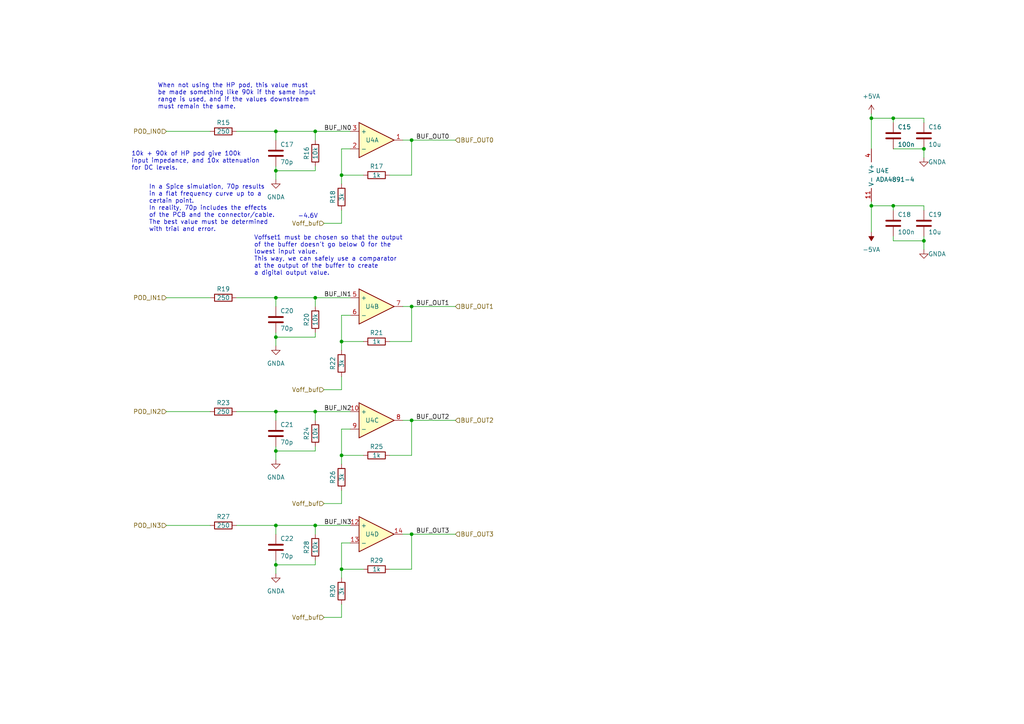
<source format=kicad_sch>
(kicad_sch (version 20211123) (generator eeschema)
  (paper "A4")
  (lib_symbols
    (symbol "Device:C" (pin_numbers hide) (pin_names (offset 0.254))
      (property "Reference" "C" (at 0.635 2.54 0))
      (property "Value" "C" (at 0.635 -2.54 0))
      (symbol "C_0_1"
        (polyline (pts (xy -2.032 -0.762) (xy 2.032 -0.762)) (stroke (width 0.508)))
        (polyline (pts (xy -2.032 0.762) (xy 2.032 0.762)) (stroke (width 0.508)))
      )
      (symbol "C_1_1"
        (pin passive line (at 0 3.81 270) (length 2.794) (name "~") (number "1"))
        (pin passive line (at 0 -3.81 90) (length 2.794) (name "~") (number "2"))
      )
    )
    (symbol "Device:R" (pin_numbers hide) (pin_names (offset 0))
      (property "Reference" "R" (at 2.032 0 90))
      (property "Value" "R" (at 0 0 90))
      (symbol "R_0_1"
        (rectangle (start -1.016 -2.54) (end 1.016 2.54) (stroke (width 0.254)))
      )
      (symbol "R_1_1"
        (pin passive line (at 0 3.81 270) (length 1.27) (name "~") (number "1"))
        (pin passive line (at 0 -3.81 90) (length 1.27) (name "~") (number "2"))
      )
    )
    (symbol "logic_analyzer:ADA4891-4"
      (property "Reference" "U" (at 0 5.08 0))
      (property "Value" "ADA4891-4" (at 0 -5.08 0))
      (symbol "ADA4891-4_1_1"
        (polyline (pts (xy -5.08 5.08) (xy 5.08 0) (xy -5.08 -5.08) (xy -5.08 5.08)) (stroke (width 0.254)) (fill (type background)))
        (pin output line (at 7.62 0 180) (length 2.54) (name "~") (number "1"))
        (pin input line (at -7.62 -2.54 0) (length 2.54) (name "-") (number "2"))
        (pin input line (at -7.62 2.54 0) (length 2.54) (name "+") (number "3"))
      )
      (symbol "ADA4891-4_2_1"
        (polyline (pts (xy -5.08 5.08) (xy 5.08 0) (xy -5.08 -5.08) (xy -5.08 5.08)) (stroke (width 0.254)) (fill (type background)))
        (pin input line (at -7.62 2.54 0) (length 2.54) (name "+") (number "5"))
        (pin input line (at -7.62 -2.54 0) (length 2.54) (name "-") (number "6"))
        (pin output line (at 7.62 0 180) (length 2.54) (name "~") (number "7"))
      )
      (symbol "ADA4891-4_3_1"
        (polyline (pts (xy -5.08 5.08) (xy 5.08 0) (xy -5.08 -5.08) (xy -5.08 5.08)) (stroke (width 0.254)) (fill (type background)))
        (pin input line (at -7.62 2.54 0) (length 2.54) (name "+") (number "10"))
        (pin output line (at 7.62 0 180) (length 2.54) (name "~") (number "8"))
        (pin input line (at -7.62 -2.54 0) (length 2.54) (name "-") (number "9"))
      )
      (symbol "ADA4891-4_4_1"
        (polyline (pts (xy -5.08 5.08) (xy 5.08 0) (xy -5.08 -5.08) (xy -5.08 5.08)) (stroke (width 0.254)) (fill (type background)))
        (pin input line (at -7.62 2.54 0) (length 2.54) (name "+") (number "12"))
        (pin input line (at -7.62 -2.54 0) (length 2.54) (name "-") (number "13"))
        (pin output line (at 7.62 0 180) (length 2.54) (name "~") (number "14"))
      )
      (symbol "ADA4891-4_5_1"
        (pin power_in line (at -2.54 -7.62 90) (length 3.81) (name "V-") (number "11"))
        (pin power_in line (at -2.54 7.62 270) (length 3.81) (name "V+") (number "4"))
      )
    )
    (symbol "power:+5VA" (power) (pin_names (offset 0))
      (property "Value" "+5VA" (at 0 3.556 0))
      (symbol "+5VA_0_1"
        (polyline (pts (xy -0.762 1.27) (xy 0 2.54)))
        (polyline (pts (xy 0 0) (xy 0 2.54)))
        (polyline (pts (xy 0 2.54) (xy 0.762 1.27)))
      )
      (symbol "+5VA_1_1"
        (pin power_in line (at 0 0 90) (length 0) hide (name "+5VA") (number "1"))
      )
    )
    (symbol "power:-5VA" (power) (pin_names (offset 0))
      (property "Value" "-5VA" (at 0 3.81 0))
      (symbol "-5VA_0_0"
        (pin power_in line (at 0 0 90) (length 0) hide (name "-5VA") (number "1"))
      )
      (symbol "-5VA_0_1"
        (polyline (pts (xy 0 0) (xy 0 1.27) (xy 0.762 1.27) (xy 0 2.54) (xy -0.762 1.27) (xy 0 1.27)) (fill (type outline)))
      )
    )
    (symbol "power:GNDA" (power) (pin_names (offset 0))
      (property "Value" "GNDA" (at 0 -3.81 0))
      (symbol "GNDA_0_1"
        (polyline (pts (xy 0 0) (xy 0 -1.27) (xy 1.27 -1.27) (xy 0 -2.54) (xy -1.27 -1.27) (xy 0 -1.27)))
      )
      (symbol "GNDA_1_1"
        (pin power_in line (at 0 0 270) (length 0) hide (name "GNDA") (number "1"))
      )
    )
  )
  (junction (at 252.73 59.69))
  (junction (at 267.97 43.18))
  (junction (at 80.01 152.4))
  (junction (at 99.06 50.8))
  (junction (at 259.08 59.69))
  (junction (at 99.06 99.06))
  (junction (at 119.38 154.94))
  (junction (at 267.97 69.85))
  (junction (at 99.06 165.1))
  (junction (at 80.01 130.81))
  (junction (at 119.38 40.64))
  (junction (at 99.06 132.08))
  (junction (at 80.01 119.38))
  (junction (at 80.01 97.79))
  (junction (at 119.38 88.9))
  (junction (at 91.44 38.1))
  (junction (at 80.01 163.83))
  (junction (at 259.08 34.29))
  (junction (at 80.01 86.36))
  (junction (at 80.01 49.53))
  (junction (at 91.44 152.4))
  (junction (at 80.01 38.1))
  (junction (at 252.73 34.29))
  (junction (at 119.38 121.92))
  (junction (at 91.44 86.36))
  (junction (at 91.44 119.38))
  (wire (pts (xy 119.38 165.1) (xy 119.38 154.94)))
  (wire (pts (xy 99.06 64.77) (xy 99.06 60.96)))
  (wire (pts (xy 91.44 97.79) (xy 80.01 97.79)))
  (wire (pts (xy 91.44 152.4) (xy 101.6 152.4)))
  (wire (pts (xy 80.01 129.54) (xy 80.01 130.81)))
  (wire (pts (xy 80.01 48.26) (xy 80.01 49.53)))
  (wire (pts (xy 99.06 132.08) (xy 99.06 134.62)))
  (wire (pts (xy 91.44 163.83) (xy 80.01 163.83)))
  (wire (pts (xy 48.26 152.4) (xy 60.96 152.4)))
  (wire (pts (xy 259.08 34.29) (xy 259.08 35.56)))
  (wire (pts (xy 80.01 119.38) (xy 80.01 121.92)))
  (wire (pts (xy 99.06 179.07) (xy 99.06 175.26)))
  (wire (pts (xy 252.73 34.29) (xy 252.73 43.18)))
  (wire (pts (xy 101.6 157.48) (xy 99.06 157.48)))
  (wire (pts (xy 80.01 130.81) (xy 80.01 133.35)))
  (wire (pts (xy 80.01 38.1) (xy 80.01 40.64)))
  (wire (pts (xy 99.06 99.06) (xy 99.06 101.6)))
  (wire (pts (xy 116.84 88.9) (xy 119.38 88.9)))
  (wire (pts (xy 252.73 59.69) (xy 259.08 59.69)))
  (wire (pts (xy 93.98 146.05) (xy 99.06 146.05)))
  (wire (pts (xy 80.01 163.83) (xy 80.01 166.37)))
  (wire (pts (xy 91.44 129.54) (xy 91.44 130.81)))
  (wire (pts (xy 119.38 121.92) (xy 132.08 121.92)))
  (wire (pts (xy 48.26 38.1) (xy 60.96 38.1)))
  (wire (pts (xy 91.44 162.56) (xy 91.44 163.83)))
  (wire (pts (xy 99.06 91.44) (xy 99.06 99.06)))
  (wire (pts (xy 80.01 38.1) (xy 91.44 38.1)))
  (wire (pts (xy 99.06 157.48) (xy 99.06 165.1)))
  (wire (pts (xy 80.01 96.52) (xy 80.01 97.79)))
  (wire (pts (xy 267.97 34.29) (xy 259.08 34.29)))
  (wire (pts (xy 119.38 99.06) (xy 119.38 88.9)))
  (wire (pts (xy 91.44 48.26) (xy 91.44 49.53)))
  (wire (pts (xy 80.01 49.53) (xy 80.01 52.07)))
  (wire (pts (xy 99.06 165.1) (xy 105.41 165.1)))
  (wire (pts (xy 80.01 152.4) (xy 91.44 152.4)))
  (wire (pts (xy 91.44 86.36) (xy 91.44 88.9)))
  (wire (pts (xy 80.01 162.56) (xy 80.01 163.83)))
  (wire (pts (xy 119.38 132.08) (xy 119.38 121.92)))
  (wire (pts (xy 80.01 97.79) (xy 80.01 100.33)))
  (wire (pts (xy 113.03 132.08) (xy 119.38 132.08)))
  (wire (pts (xy 68.58 119.38) (xy 80.01 119.38)))
  (wire (pts (xy 101.6 124.46) (xy 99.06 124.46)))
  (wire (pts (xy 101.6 91.44) (xy 99.06 91.44)))
  (wire (pts (xy 99.06 132.08) (xy 105.41 132.08)))
  (wire (pts (xy 91.44 152.4) (xy 91.44 154.94)))
  (wire (pts (xy 99.06 99.06) (xy 105.41 99.06)))
  (wire (pts (xy 99.06 50.8) (xy 105.41 50.8)))
  (wire (pts (xy 48.26 119.38) (xy 60.96 119.38)))
  (wire (pts (xy 99.06 113.03) (xy 99.06 109.22)))
  (wire (pts (xy 113.03 99.06) (xy 119.38 99.06)))
  (wire (pts (xy 259.08 43.18) (xy 267.97 43.18)))
  (wire (pts (xy 119.38 40.64) (xy 132.08 40.64)))
  (wire (pts (xy 80.01 119.38) (xy 91.44 119.38)))
  (wire (pts (xy 267.97 59.69) (xy 267.97 60.96)))
  (wire (pts (xy 252.73 59.69) (xy 252.73 67.31)))
  (wire (pts (xy 119.38 154.94) (xy 132.08 154.94)))
  (wire (pts (xy 101.6 43.18) (xy 99.06 43.18)))
  (wire (pts (xy 116.84 121.92) (xy 119.38 121.92)))
  (wire (pts (xy 267.97 69.85) (xy 267.97 72.39)))
  (wire (pts (xy 113.03 50.8) (xy 119.38 50.8)))
  (wire (pts (xy 259.08 69.85) (xy 267.97 69.85)))
  (wire (pts (xy 80.01 86.36) (xy 80.01 88.9)))
  (wire (pts (xy 259.08 59.69) (xy 259.08 60.96)))
  (wire (pts (xy 68.58 38.1) (xy 80.01 38.1)))
  (wire (pts (xy 91.44 38.1) (xy 101.6 38.1)))
  (wire (pts (xy 119.38 50.8) (xy 119.38 40.64)))
  (wire (pts (xy 259.08 68.58) (xy 259.08 69.85)))
  (wire (pts (xy 99.06 165.1) (xy 99.06 167.64)))
  (wire (pts (xy 93.98 179.07) (xy 99.06 179.07)))
  (wire (pts (xy 68.58 152.4) (xy 80.01 152.4)))
  (wire (pts (xy 267.97 43.18) (xy 267.97 45.72)))
  (wire (pts (xy 91.44 86.36) (xy 101.6 86.36)))
  (wire (pts (xy 91.44 119.38) (xy 101.6 119.38)))
  (wire (pts (xy 91.44 130.81) (xy 80.01 130.81)))
  (wire (pts (xy 68.58 86.36) (xy 80.01 86.36)))
  (wire (pts (xy 91.44 119.38) (xy 91.44 121.92)))
  (wire (pts (xy 91.44 96.52) (xy 91.44 97.79)))
  (wire (pts (xy 252.73 58.42) (xy 252.73 59.69)))
  (wire (pts (xy 99.06 146.05) (xy 99.06 142.24)))
  (wire (pts (xy 80.01 86.36) (xy 91.44 86.36)))
  (wire (pts (xy 113.03 165.1) (xy 119.38 165.1)))
  (wire (pts (xy 48.26 86.36) (xy 60.96 86.36)))
  (wire (pts (xy 93.98 113.03) (xy 99.06 113.03)))
  (wire (pts (xy 91.44 38.1) (xy 91.44 40.64)))
  (wire (pts (xy 259.08 59.69) (xy 267.97 59.69)))
  (wire (pts (xy 267.97 35.56) (xy 267.97 34.29)))
  (wire (pts (xy 259.08 34.29) (xy 252.73 34.29)))
  (wire (pts (xy 252.73 33.02) (xy 252.73 34.29)))
  (wire (pts (xy 93.98 64.77) (xy 99.06 64.77)))
  (wire (pts (xy 99.06 124.46) (xy 99.06 132.08)))
  (wire (pts (xy 99.06 50.8) (xy 99.06 53.34)))
  (wire (pts (xy 99.06 43.18) (xy 99.06 50.8)))
  (wire (pts (xy 116.84 154.94) (xy 119.38 154.94)))
  (wire (pts (xy 80.01 152.4) (xy 80.01 154.94)))
  (wire (pts (xy 267.97 68.58) (xy 267.97 69.85)))
  (wire (pts (xy 91.44 49.53) (xy 80.01 49.53)))
  (wire (pts (xy 116.84 40.64) (xy 119.38 40.64)))
  (wire (pts (xy 119.38 88.9) (xy 132.08 88.9)))
  (text "In a Spice simulation, 70p results \nin a flat frequency curve up to a \ncertain point.\nIn reality, 70p includes the effects\nof the PCB and the connector/cable.\nThe best value must be determined \nwith trial and error." (at 43.18 67.31 0) (effects (font (size 1.27 1.27)) (justify left bottom)))
  (text "Voffset1 must be chosen so that the output\nof the buffer doesn't go below 0 for the \nlowest input value.\nThis way, we can safely use a comparator\nat the output of the buffer to create\na digital output value." (at 73.66 80.01 0) (effects (font (size 1.27 1.27)) (justify left bottom)))
  (text "When not using the HP pod, this value must\nbe made something like 90k if the same input\nrange is used, and if the values downstream\nmust remain the same." (at 45.72 31.75 0) (effects (font (size 1.27 1.27)) (justify left bottom)))
  (text "-4.6V" (at 86.36 63.5 0) (effects (font (size 1.27 1.27)) (justify left bottom)))
  (text "10k + 90k of HP pod give 100k\ninput impedance, and 10x attenuation\nfor DC levels." (at 38.1 49.53 0) (effects (font (size 1.27 1.27)) (justify left bottom)))
  (label "BUF_OUT1" (at 120.65 88.9 0))
  (label "BUF_IN0" (at 93.98 38.1 0))
  (label "BUF_OUT2" (at 120.65 121.92 0))
  (label "BUF_OUT0" (at 120.65 40.64 0))
  (label "BUF_IN3" (at 93.98 152.4 0))
  (label "BUF_OUT3" (at 120.65 154.94 0))
  (label "BUF_IN1" (at 93.98 86.36 0))
  (label "BUF_IN2" (at 93.98 119.38 0))
  (hierarchical_label "BUF_OUT3" (shape input) (at 132.08 154.94 0))
  (hierarchical_label "BUF_OUT0" (shape input) (at 132.08 40.64 0))
  (hierarchical_label "BUF_OUT2" (shape input) (at 132.08 121.92 0))
  (hierarchical_label "Voff_buf" (shape input) (at 93.98 146.05 180))
  (hierarchical_label "POD_IN1" (shape input) (at 48.26 86.36 180))
  (hierarchical_label "BUF_OUT1" (shape input) (at 132.08 88.9 0))
  (hierarchical_label "POD_IN3" (shape input) (at 48.26 152.4 180))
  (hierarchical_label "POD_IN2" (shape input) (at 48.26 119.38 180))
  (hierarchical_label "Voff_buf" (shape input) (at 93.98 113.03 180))
  (hierarchical_label "Voff_buf" (shape input) (at 93.98 179.07 180))
  (hierarchical_label "POD_IN0" (shape input) (at 48.26 38.1 180))
  (hierarchical_label "Voff_buf" (shape input) (at 93.98 64.77 180))
  (symbol (lib_id "logic_analyzer:ADA4891-4") (at 109.22 121.92 0) (unit 3)
    (property "Reference" "U4" (at 107.95 121.92 0))
    (property "Value" "ADA4891-4" (effects hide))
    (property "Footprint" "Package_SO:TSSOP-14_4.4x5mm_P0.65mm" (effects hide))
    (property "Datasheet" "https://www.analog.com/media/en/technical-documentation/data-sheets/ADA4891-1_4891-2_4891-3_4891-4.PDF" (effects hide))
  )
  (symbol (lib_id "Device:R") (at 109.22 165.1 90) (unit 1)
    (property "Reference" "R29" (at 109.22 162.56 90))
    (property "Value" "1k" (at 109.22 165.1 90))
    (property "Footprint" "Resistor_SMD:R_0603_1608Metric_Pad0.98x0.95mm_HandSolder" (effects hide))
  )
  (symbol (lib_id "Device:R") (at 91.44 158.75 180) (unit 1)
    (property "Reference" "R28" (at 88.9 158.75 90))
    (property "Value" "10k" (at 91.44 158.75 90))
    (property "Footprint" "Resistor_SMD:R_0603_1608Metric_Pad0.98x0.95mm_HandSolder" (effects hide))
  )
  (symbol (lib_id "logic_analyzer:ADA4891-4") (at 109.22 154.94 0) (unit 4)
    (property "Reference" "U4" (at 107.95 154.94 0))
    (property "Value" "ADA4891-4" (effects hide))
    (property "Footprint" "Package_SO:TSSOP-14_4.4x5mm_P0.65mm" (effects hide))
    (property "Datasheet" "https://www.analog.com/media/en/technical-documentation/data-sheets/ADA4891-1_4891-2_4891-3_4891-4.PDF" (effects hide))
  )
  (symbol (lib_id "Device:C") (at 267.97 39.37 0) (unit 1)
    (property "Reference" "C16" (at 269.24 36.83 0) (effects (justify left)))
    (property "Value" "10u" (at 269.24 41.91 0) (effects (justify left)))
    (property "Footprint" "Capacitor_SMD:C_0603_1608Metric_Pad1.08x0.95mm_HandSolder" (effects hide))
  )
  (symbol (lib_id "logic_analyzer:ADA4891-4") (at 109.22 40.64 0) (unit 1)
    (property "Reference" "U4" (at 107.95 40.64 0))
    (property "Value" "ADA4891-4" (effects hide))
    (property "Footprint" "Package_SO:TSSOP-14_4.4x5mm_P0.65mm" (effects hide))
    (property "Datasheet" "https://www.analog.com/media/en/technical-documentation/data-sheets/ADA4891-1_4891-2_4891-3_4891-4.PDF" (effects hide))
  )
  (symbol (lib_id "Device:R") (at 99.06 57.15 180) (unit 1)
    (property "Reference" "R18" (at 96.52 57.15 90))
    (property "Value" "3k" (at 99.06 57.15 90))
    (property "Footprint" "Resistor_SMD:R_0603_1608Metric_Pad0.98x0.95mm_HandSolder" (effects hide))
  )
  (symbol (lib_id "power:GNDA") (at 80.01 52.07 0) (unit 1)
    (property "Reference" "#PWR016" (effects hide))
    (property "Value" "GNDA" (at 80.01 57.15 0))
  )
  (symbol (lib_id "power:GNDA") (at 80.01 133.35 0) (unit 1)
    (property "Reference" "#PWR020" (effects hide))
    (property "Value" "GNDA" (at 80.01 138.43 0))
  )
  (symbol (lib_id "Device:C") (at 80.01 158.75 0) (unit 1)
    (property "Reference" "C22" (at 81.28 156.21 0) (effects (justify left)))
    (property "Value" "70p" (at 81.28 161.29 0) (effects (justify left)))
    (property "Footprint" "Capacitor_SMD:C_0603_1608Metric_Pad1.08x0.95mm_HandSolder" (effects hide))
  )
  (symbol (lib_id "Device:R") (at 64.77 86.36 90) (unit 1)
    (property "Reference" "R19" (at 64.77 83.82 90))
    (property "Value" "250" (at 64.77 86.36 90))
    (property "Footprint" "Resistor_SMD:R_0603_1608Metric_Pad0.98x0.95mm_HandSolder" (effects hide))
  )
  (symbol (lib_id "Device:R") (at 99.06 171.45 180) (unit 1)
    (property "Reference" "R30" (at 96.52 171.45 90))
    (property "Value" "3k" (at 99.06 171.45 90))
    (property "Footprint" "Resistor_SMD:R_0603_1608Metric_Pad0.98x0.95mm_HandSolder" (effects hide))
  )
  (symbol (lib_id "Device:R") (at 91.44 125.73 180) (unit 1)
    (property "Reference" "R24" (at 88.9 125.73 90))
    (property "Value" "10k" (at 91.44 125.73 90))
    (property "Footprint" "Resistor_SMD:R_0603_1608Metric_Pad0.98x0.95mm_HandSolder" (effects hide))
  )
  (symbol (lib_id "Device:R") (at 91.44 92.71 180) (unit 1)
    (property "Reference" "R20" (at 88.9 92.71 90))
    (property "Value" "10k" (at 91.44 92.71 90))
    (property "Footprint" "Resistor_SMD:R_0603_1608Metric_Pad0.98x0.95mm_HandSolder" (effects hide))
  )
  (symbol (lib_id "power:GNDA") (at 267.97 72.39 0) (unit 1)
    (property "Reference" "#PWR018" (effects hide))
    (property "Value" "GNDA" (at 271.78 73.66 0))
  )
  (symbol (lib_id "Device:C") (at 80.01 125.73 0) (unit 1)
    (property "Reference" "C21" (at 81.28 123.19 0) (effects (justify left)))
    (property "Value" "70p" (at 81.28 128.27 0) (effects (justify left)))
    (property "Footprint" "Capacitor_SMD:C_0603_1608Metric_Pad1.08x0.95mm_HandSolder" (effects hide))
  )
  (symbol (lib_id "Device:R") (at 109.22 50.8 90) (unit 1)
    (property "Reference" "R17" (at 109.22 48.26 90))
    (property "Value" "1k" (at 109.22 50.8 90))
    (property "Footprint" "Resistor_SMD:R_0603_1608Metric_Pad0.98x0.95mm_HandSolder" (effects hide))
  )
  (symbol (lib_id "Device:C") (at 80.01 44.45 0) (unit 1)
    (property "Reference" "C17" (at 81.28 41.91 0) (effects (justify left)))
    (property "Value" "70p" (at 81.28 46.99 0) (effects (justify left)))
    (property "Footprint" "Capacitor_SMD:C_0603_1608Metric_Pad1.08x0.95mm_HandSolder" (effects hide))
  )
  (symbol (lib_id "power:-5VA") (at 252.73 67.31 180) (unit 1)
    (property "Reference" "#PWR017" (effects hide))
    (property "Value" "-5VA" (at 252.73 72.39 0))
  )
  (symbol (lib_id "logic_analyzer:ADA4891-4") (at 255.27 50.8 0) (unit 5)
    (property "Reference" "U4" (at 254 49.5299 0) (effects (justify left)))
    (property "Value" "ADA4891-4" (at 254 52.07 0) (effects (justify left)))
    (property "Footprint" "Package_SO:TSSOP-14_4.4x5mm_P0.65mm" (effects hide))
    (property "Datasheet" "https://www.analog.com/media/en/technical-documentation/data-sheets/ADA4891-1_4891-2_4891-3_4891-4.PDF" (effects hide))
  )
  (symbol (lib_id "Device:R") (at 109.22 132.08 90) (unit 1)
    (property "Reference" "R25" (at 109.22 129.54 90))
    (property "Value" "1k" (at 109.22 132.08 90))
    (property "Footprint" "Resistor_SMD:R_0603_1608Metric_Pad0.98x0.95mm_HandSolder" (effects hide))
  )
  (symbol (lib_id "power:+5VA") (at 252.73 33.02 0) (unit 1)
    (property "Reference" "#PWR014" (effects hide))
    (property "Value" "+5VA" (at 252.73 27.94 0))
  )
  (symbol (lib_id "Device:C") (at 80.01 92.71 0) (unit 1)
    (property "Reference" "C20" (at 81.28 90.17 0) (effects (justify left)))
    (property "Value" "70p" (at 81.28 95.25 0) (effects (justify left)))
    (property "Footprint" "Capacitor_SMD:C_0603_1608Metric_Pad1.08x0.95mm_HandSolder" (effects hide))
  )
  (symbol (lib_id "logic_analyzer:ADA4891-4") (at 109.22 88.9 0) (unit 2)
    (property "Reference" "U4" (at 107.95 88.9 0))
    (property "Value" "ADA4891-4" (effects hide))
    (property "Footprint" "Package_SO:TSSOP-14_4.4x5mm_P0.65mm" (effects hide))
    (property "Datasheet" "https://www.analog.com/media/en/technical-documentation/data-sheets/ADA4891-1_4891-2_4891-3_4891-4.PDF" (effects hide))
  )
  (symbol (lib_id "Device:R") (at 91.44 44.45 180) (unit 1)
    (property "Reference" "R16" (at 88.9 44.45 90))
    (property "Value" "10k" (at 91.44 44.45 90))
    (property "Footprint" "Resistor_SMD:R_0603_1608Metric_Pad0.98x0.95mm_HandSolder" (effects hide))
  )
  (symbol (lib_id "power:GNDA") (at 80.01 100.33 0) (unit 1)
    (property "Reference" "#PWR019" (effects hide))
    (property "Value" "GNDA" (at 80.01 105.41 0))
  )
  (symbol (lib_id "Device:C") (at 259.08 64.77 0) (unit 1)
    (property "Reference" "C18" (at 260.35 62.23 0) (effects (justify left)))
    (property "Value" "100n" (at 260.35 67.31 0) (effects (justify left)))
    (property "Footprint" "Capacitor_SMD:C_0603_1608Metric_Pad1.08x0.95mm_HandSolder" (effects hide))
  )
  (symbol (lib_id "Device:C") (at 259.08 39.37 0) (unit 1)
    (property "Reference" "C15" (at 260.35 36.83 0) (effects (justify left)))
    (property "Value" "100n" (at 260.35 41.91 0) (effects (justify left)))
    (property "Footprint" "Capacitor_SMD:C_0603_1608Metric_Pad1.08x0.95mm_HandSolder" (effects hide))
  )
  (symbol (lib_id "power:GNDA") (at 267.97 45.72 0) (unit 1)
    (property "Reference" "#PWR015" (effects hide))
    (property "Value" "GNDA" (at 271.78 46.99 0))
  )
  (symbol (lib_id "power:GNDA") (at 80.01 166.37 0) (unit 1)
    (property "Reference" "#PWR021" (effects hide))
    (property "Value" "GNDA" (at 80.01 171.45 0))
  )
  (symbol (lib_id "Device:R") (at 99.06 105.41 180) (unit 1)
    (property "Reference" "R22" (at 96.52 105.41 90))
    (property "Value" "3k" (at 99.06 105.41 90))
    (property "Footprint" "Resistor_SMD:R_0603_1608Metric_Pad0.98x0.95mm_HandSolder" (effects hide))
  )
  (symbol (lib_id "Device:C") (at 267.97 64.77 0) (unit 1)
    (property "Reference" "C19" (at 269.24 62.23 0) (effects (justify left)))
    (property "Value" "10u" (at 269.24 67.31 0) (effects (justify left)))
    (property "Footprint" "Capacitor_SMD:C_0603_1608Metric_Pad1.08x0.95mm_HandSolder" (effects hide))
  )
  (symbol (lib_id "Device:R") (at 64.77 152.4 90) (unit 1)
    (property "Reference" "R27" (at 64.77 149.86 90))
    (property "Value" "250" (at 64.77 152.4 90))
    (property "Footprint" "Resistor_SMD:R_0603_1608Metric_Pad0.98x0.95mm_HandSolder" (effects hide))
  )
  (symbol (lib_id "Device:R") (at 64.77 38.1 90) (unit 1)
    (property "Reference" "R15" (at 64.77 35.56 90))
    (property "Value" "250" (at 64.77 38.1 90))
    (property "Footprint" "Resistor_SMD:R_0603_1608Metric_Pad0.98x0.95mm_HandSolder" (effects hide))
  )
  (symbol (lib_id "Device:R") (at 109.22 99.06 90) (unit 1)
    (property "Reference" "R21" (at 109.22 96.52 90))
    (property "Value" "1k" (at 109.22 99.06 90))
    (property "Footprint" "Resistor_SMD:R_0603_1608Metric_Pad0.98x0.95mm_HandSolder" (effects hide))
  )
  (symbol (lib_id "Device:R") (at 64.77 119.38 90) (unit 1)
    (property "Reference" "R23" (at 64.77 116.84 90))
    (property "Value" "250" (at 64.77 119.38 90))
    (property "Footprint" "Resistor_SMD:R_0603_1608Metric_Pad0.98x0.95mm_HandSolder" (effects hide))
  )
  (symbol (lib_id "Device:R") (at 99.06 138.43 180) (unit 1)
    (property "Reference" "R26" (at 96.52 138.43 90))
    (property "Value" "3k" (at 99.06 138.43 90))
    (property "Footprint" "Resistor_SMD:R_0603_1608Metric_Pad0.98x0.95mm_HandSolder" (effects hide))
  )
)
</source>
